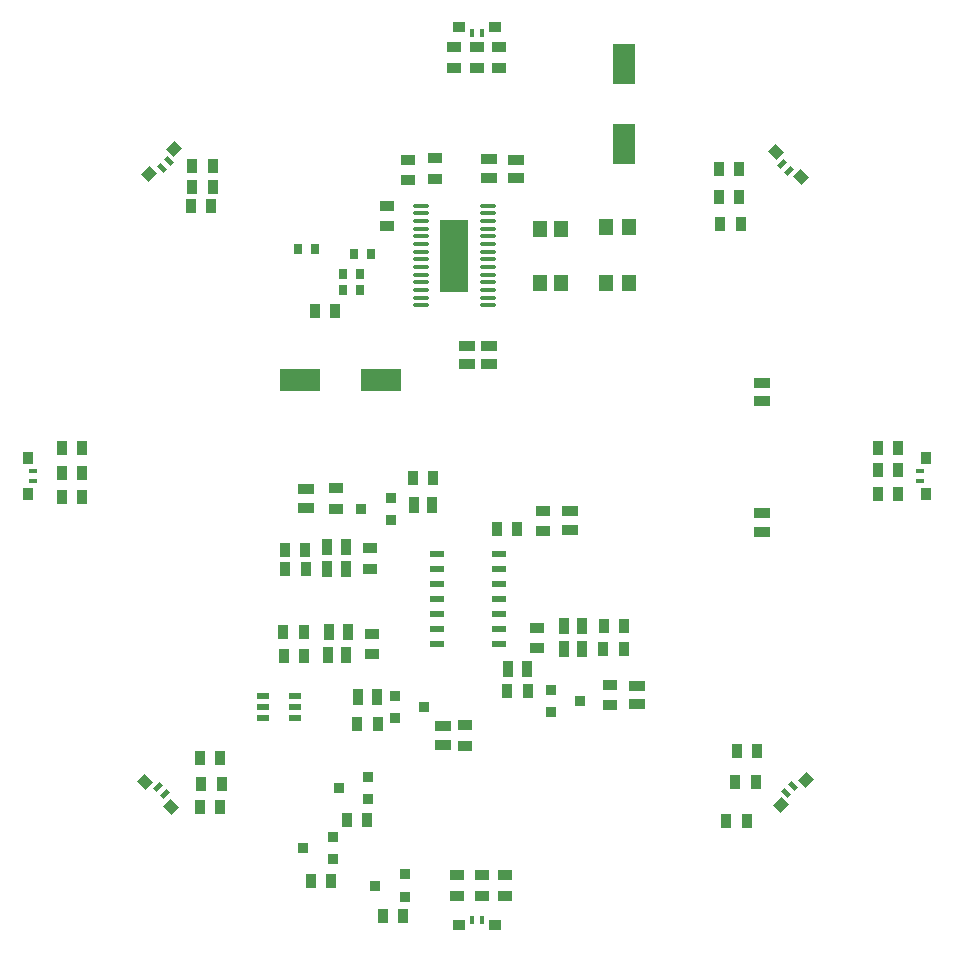
<source format=gbr>
%TF.GenerationSoftware,Altium Limited,Altium Designer,18.1.6 (161)*%
G04 Layer_Color=8421504*
%FSLAX26Y26*%
%MOIN*%
%TF.FileFunction,Paste,Top*%
%TF.Part,Single*%
G01*
G75*
%TA.AperFunction,SMDPad,CuDef*%
%ADD11R,0.137795X0.076772*%
G04:AMPARAMS|DCode=12|XSize=39.37mil|YSize=35.433mil|CornerRadius=0mil|HoleSize=0mil|Usage=FLASHONLY|Rotation=315.000|XOffset=0mil|YOffset=0mil|HoleType=Round|Shape=Rectangle|*
%AMROTATEDRECTD12*
4,1,4,-0.026447,0.001392,-0.001392,0.026447,0.026447,-0.001392,0.001392,-0.026447,-0.026447,0.001392,0.0*
%
%ADD12ROTATEDRECTD12*%

G04:AMPARAMS|DCode=13|XSize=15.748mil|YSize=31.496mil|CornerRadius=0mil|HoleSize=0mil|Usage=FLASHONLY|Rotation=315.000|XOffset=0mil|YOffset=0mil|HoleType=Round|Shape=Rectangle|*
%AMROTATEDRECTD13*
4,1,4,-0.016703,-0.005568,0.005568,0.016703,0.016703,0.005568,-0.005568,-0.016703,-0.016703,-0.005568,0.0*
%
%ADD13ROTATEDRECTD13*%

%ADD14R,0.053150X0.037402*%
%ADD15R,0.051181X0.033465*%
%ADD16R,0.033465X0.051181*%
%ADD17R,0.039370X0.023622*%
%ADD18R,0.037402X0.035433*%
%ADD19R,0.037402X0.053150*%
%ADD20R,0.046457X0.022835*%
%ADD21R,0.094488X0.242913*%
%ADD22O,0.055118X0.013780*%
%ADD23R,0.039370X0.035433*%
%ADD24R,0.015748X0.031496*%
G04:AMPARAMS|DCode=25|XSize=39.37mil|YSize=35.433mil|CornerRadius=0mil|HoleSize=0mil|Usage=FLASHONLY|Rotation=45.000|XOffset=0mil|YOffset=0mil|HoleType=Round|Shape=Rectangle|*
%AMROTATEDRECTD25*
4,1,4,-0.001392,-0.026447,-0.026447,-0.001392,0.001392,0.026447,0.026447,0.001392,-0.001392,-0.026447,0.0*
%
%ADD25ROTATEDRECTD25*%

G04:AMPARAMS|DCode=26|XSize=15.748mil|YSize=31.496mil|CornerRadius=0mil|HoleSize=0mil|Usage=FLASHONLY|Rotation=45.000|XOffset=0mil|YOffset=0mil|HoleType=Round|Shape=Rectangle|*
%AMROTATEDRECTD26*
4,1,4,0.005568,-0.016703,-0.016703,0.005568,-0.005568,0.016703,0.016703,-0.005568,0.005568,-0.016703,0.0*
%
%ADD26ROTATEDRECTD26*%

%ADD27R,0.035433X0.039370*%
%ADD28R,0.031496X0.015748*%
%ADD29R,0.076772X0.137795*%
%ADD30R,0.027559X0.035433*%
%ADD31R,0.045276X0.057087*%
%ADD32R,0.050591X0.057874*%
D11*
X2829213Y3470000D02*
D03*
X2559528D02*
D03*
D12*
X2045000Y2130000D02*
D03*
X2128517Y2046483D02*
D03*
X4231758Y4148242D02*
D03*
X4148242Y4231758D02*
D03*
D13*
X2110421Y2089634D02*
D03*
X2088150Y2111905D02*
D03*
X4166337Y4188608D02*
D03*
X4188608Y4166337D02*
D03*
D14*
X3191496Y3585000D02*
D03*
Y3522008D02*
D03*
X3460000Y3034094D02*
D03*
Y2971102D02*
D03*
X3685000Y2388504D02*
D03*
Y2451496D02*
D03*
X3037598Y2253504D02*
D03*
Y2316496D02*
D03*
X2580000Y3106496D02*
D03*
Y3043504D02*
D03*
X3116496Y3585000D02*
D03*
Y3522008D02*
D03*
X4100000Y3026496D02*
D03*
Y2963504D02*
D03*
Y3461496D02*
D03*
Y3398504D02*
D03*
X3280000Y4205000D02*
D03*
Y4142008D02*
D03*
X3190000Y4206496D02*
D03*
Y4143504D02*
D03*
D15*
X3370000Y3033465D02*
D03*
Y2966535D02*
D03*
X3595000Y2386535D02*
D03*
Y2453465D02*
D03*
X3348708Y2576535D02*
D03*
Y2643465D02*
D03*
X3110000Y2251535D02*
D03*
Y2318465D02*
D03*
X2680000Y3108465D02*
D03*
Y3041535D02*
D03*
X2793465Y2908465D02*
D03*
Y2841535D02*
D03*
X2798465Y2556535D02*
D03*
Y2623465D02*
D03*
X3010000Y4208465D02*
D03*
Y4141535D02*
D03*
X3085000Y1751535D02*
D03*
Y1818465D02*
D03*
X3165354Y1751535D02*
D03*
Y1818465D02*
D03*
X3245000Y1751535D02*
D03*
Y1818465D02*
D03*
X3075000Y4578465D02*
D03*
Y4511535D02*
D03*
X3225000Y4578465D02*
D03*
Y4511535D02*
D03*
X3149606Y4578465D02*
D03*
Y4511535D02*
D03*
X2850000Y4050000D02*
D03*
Y3983071D02*
D03*
X2920000Y4203465D02*
D03*
Y4136535D02*
D03*
D16*
X3283465Y2975000D02*
D03*
X3216535D02*
D03*
X2751535Y2325000D02*
D03*
X2818465D02*
D03*
X3251535Y2435000D02*
D03*
X3318465D02*
D03*
X3572827Y2650000D02*
D03*
X3639756D02*
D03*
X2505000Y2630000D02*
D03*
X2571929D02*
D03*
X2573465Y2550000D02*
D03*
X2506535D02*
D03*
X3003465Y3145000D02*
D03*
X2936535D02*
D03*
X2510000Y2905000D02*
D03*
X2576929D02*
D03*
X2578465Y2840000D02*
D03*
X2511535D02*
D03*
X3638465Y2575000D02*
D03*
X3571535D02*
D03*
X2226535Y2210000D02*
D03*
X2293465D02*
D03*
X2231535Y2125000D02*
D03*
X2298465D02*
D03*
X2228071Y2046483D02*
D03*
X2295000D02*
D03*
X1766535Y3245000D02*
D03*
X1833465D02*
D03*
X1766535Y3160000D02*
D03*
X1833465D02*
D03*
X1766535Y3080000D02*
D03*
X1833465D02*
D03*
X2201535Y4185000D02*
D03*
X2268465D02*
D03*
X2198071Y4050000D02*
D03*
X2265000D02*
D03*
X2201535Y4115000D02*
D03*
X2268465D02*
D03*
X2783465Y2005000D02*
D03*
X2716535D02*
D03*
X2663465Y1800000D02*
D03*
X2596535D02*
D03*
X2903465Y1685000D02*
D03*
X2836535D02*
D03*
X4048465Y2000000D02*
D03*
X3981535D02*
D03*
X4078465Y2130000D02*
D03*
X4011535D02*
D03*
X4083465Y2235000D02*
D03*
X4016535D02*
D03*
X4028465Y3991535D02*
D03*
X3961535D02*
D03*
X4023465Y4080000D02*
D03*
X3956535D02*
D03*
X4023465Y4175000D02*
D03*
X3956535D02*
D03*
X2610118Y3700000D02*
D03*
X2677047D02*
D03*
X4553465Y3090000D02*
D03*
X4486535D02*
D03*
X4553465Y3170000D02*
D03*
X4486535D02*
D03*
X4553465Y3245000D02*
D03*
X4486535D02*
D03*
D17*
X2544134Y2417402D02*
D03*
Y2380000D02*
D03*
Y2342599D02*
D03*
X2435866D02*
D03*
Y2380000D02*
D03*
Y2417402D02*
D03*
D18*
X3395787Y2362598D02*
D03*
X3494213Y2400000D02*
D03*
X3395787Y2437402D02*
D03*
X2875787Y2342598D02*
D03*
X2974213Y2380000D02*
D03*
X2875787Y2417402D02*
D03*
X2862717Y3077402D02*
D03*
X2764291Y3040000D02*
D03*
X2862717Y3002598D02*
D03*
X2788425Y2147402D02*
D03*
X2690000Y2110000D02*
D03*
X2788425Y2072598D02*
D03*
X2669213Y1947402D02*
D03*
X2570787Y1910000D02*
D03*
X2669213Y1872598D02*
D03*
X2909213Y1822402D02*
D03*
X2810787Y1785000D02*
D03*
X2909213Y1747598D02*
D03*
D19*
X3501496Y2650000D02*
D03*
X3438504D02*
D03*
X2753504Y2415000D02*
D03*
X2816496D02*
D03*
X3253504Y2507598D02*
D03*
X3316496D02*
D03*
X3501496Y2575000D02*
D03*
X3438504D02*
D03*
X2651969Y2553031D02*
D03*
X2714961D02*
D03*
X2656969Y2630000D02*
D03*
X2719961D02*
D03*
X3001496Y3055000D02*
D03*
X2938504D02*
D03*
X2650472Y2840000D02*
D03*
X2713465D02*
D03*
X2650472Y2915000D02*
D03*
X2713465D02*
D03*
D20*
X3015276Y2890000D02*
D03*
Y2840000D02*
D03*
Y2790000D02*
D03*
Y2740000D02*
D03*
Y2690000D02*
D03*
Y2640000D02*
D03*
Y2590000D02*
D03*
X3224724D02*
D03*
Y2640000D02*
D03*
Y2690000D02*
D03*
Y2740000D02*
D03*
Y2790000D02*
D03*
Y2840000D02*
D03*
Y2890000D02*
D03*
D21*
X3075000Y3885000D02*
D03*
D22*
X3185236Y3718661D02*
D03*
Y3744252D02*
D03*
Y3769843D02*
D03*
Y3795433D02*
D03*
Y3821024D02*
D03*
Y3846614D02*
D03*
Y3872205D02*
D03*
Y3897795D02*
D03*
Y3923386D02*
D03*
Y3948976D02*
D03*
Y3974567D02*
D03*
Y4000157D02*
D03*
Y4025748D02*
D03*
Y4051339D02*
D03*
X2964764Y3718661D02*
D03*
Y3744252D02*
D03*
Y3769843D02*
D03*
Y3795433D02*
D03*
Y3821024D02*
D03*
Y3846614D02*
D03*
Y3872205D02*
D03*
Y3897795D02*
D03*
Y3923386D02*
D03*
Y3948976D02*
D03*
Y3974567D02*
D03*
Y4000157D02*
D03*
Y4025748D02*
D03*
Y4051339D02*
D03*
D23*
X3090551Y1653543D02*
D03*
X3208661D02*
D03*
X3208661Y4645669D02*
D03*
X3090551D02*
D03*
D24*
X3165354Y1671260D02*
D03*
X3133858D02*
D03*
X3133858Y4627953D02*
D03*
X3165354D02*
D03*
D25*
X4161905Y2051850D02*
D03*
X4245421Y2135366D02*
D03*
X2141758Y4241758D02*
D03*
X2058242Y4158242D02*
D03*
D26*
X4202271Y2117271D02*
D03*
X4180000Y2095000D02*
D03*
X2101392Y4176337D02*
D03*
X2123663Y4198608D02*
D03*
D27*
X4645669Y3090551D02*
D03*
Y3208661D02*
D03*
X1653543Y3090551D02*
D03*
Y3208661D02*
D03*
D28*
X4627953Y3165354D02*
D03*
Y3133858D02*
D03*
X1671260Y3165354D02*
D03*
Y3133858D02*
D03*
D29*
X3640000Y4255158D02*
D03*
Y4524842D02*
D03*
D30*
X2704882Y3825000D02*
D03*
X2760000D02*
D03*
X2705000Y3770000D02*
D03*
X2760118D02*
D03*
X2610118Y3905315D02*
D03*
X2555000D02*
D03*
X2740000Y3890000D02*
D03*
X2795118D02*
D03*
D31*
X3359567Y3795000D02*
D03*
X3430433D02*
D03*
X3359567Y3973228D02*
D03*
X3430433D02*
D03*
D32*
X3581713Y3979724D02*
D03*
X3658287D02*
D03*
X3581713Y3795000D02*
D03*
X3658287D02*
D03*
%TF.MD5,397987a53ef5c1e372fd004c6bea6152*%
M02*

</source>
